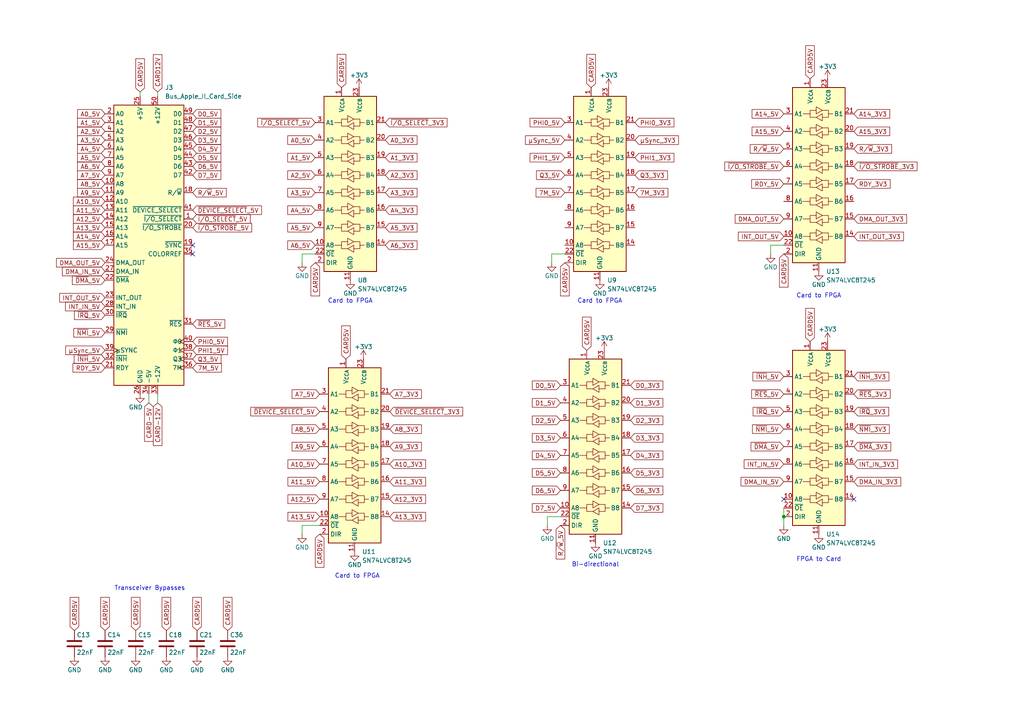
<source format=kicad_sch>
(kicad_sch (version 20250114) (generator "eeschema") (generator_version "9.0")
  (paper "A4")
  (title_block (title "Apple II Bus Interface - Level Shifted") (date "2025-11-30") (rev "1.0.0") (company "clock. Connected to FPGA banks 6 and 7.") (comment 1 "(PHI0, PHI1, R/W, device selects, DMA, interrupts, etc.). 25MHz oscillator for FPGA system") (comment 2 "(A0-A15), data (D0-D7 bidirectional, direction controlled by R/W), and control signals") (comment 3 "74LVC8T245 level shifters translating between 5V Apple II bus and 3.3V FPGA. Address") (comment 4 "Card Apple II bus interface. 50-pin card edge connector with full bus signals. Six"))
  (lib_symbols
    (symbol "Device:C" (pin_numbers (hide yes)) (pin_names (offset 0.254))
      (property "Reference" "C" (at 0.635 2.54 0))
      (property "Value" "C" (at 0.635 -2.54 0))
      (symbol "C_0_1"
        (polyline (pts (xy -2.032 0.762) (xy 2.032 0.762)) (stroke (width 0.508)))
        (polyline (pts (xy -2.032 -0.762) (xy 2.032 -0.762)) (stroke (width 0.508)))
      )
      (symbol "C_1_1"
        (pin passive line (at 0 3.81 270) (length 2.794) (name "~") (number "1"))
        (pin passive line (at 0 -3.81 90) (length 2.794) (name "~") (number "2"))
      )
    )
    (symbol "Logic_LevelTranslator:SN74LVC8T245"
      (property "Reference" "U" (at -6.35 27.94 0))
      (property "Value" "SN74LVC8T245" (at 3.81 27.94 0))
      (symbol "SN74LVC8T245_0_1"
        (rectangle (start -7.62 25.4) (end 7.62 -25.4) (stroke (width 0.254)) (fill (type background)))
        (polyline (pts (xy -2.54 17.78) (xy -2.54 18.796) (xy -0.762 18.796)))
        (polyline (pts (xy -2.54 7.62) (xy -2.54 8.636) (xy -0.762 8.636)))
        (polyline (pts (xy -2.54 -2.54) (xy -2.54 -1.524) (xy -0.762 -1.524)))
        (polyline (pts (xy -2.54 -12.7) (xy -2.54 -11.684) (xy -0.762 -11.684)))
        (polyline (pts (xy -0.762 17.78) (xy -0.762 19.812) (xy 1.016 18.796) (xy -0.762 17.78)))
        (polyline (pts (xy -0.762 16.764) (xy -2.54 16.764) (xy -2.54 17.78) (xy -4.572 17.78)))
        (polyline (pts (xy -0.762 7.62) (xy -0.762 9.652) (xy 1.016 8.636) (xy -0.762 7.62)))
        (polyline (pts (xy -0.762 6.604) (xy -2.54 6.604) (xy -2.54 7.62) (xy -4.572 7.62)))
        (polyline (pts (xy -0.762 -2.54) (xy -0.762 -0.508) (xy 1.016 -1.524) (xy -0.762 -2.54)))
        (polyline (pts (xy -0.762 -3.556) (xy -2.54 -3.556) (xy -2.54 -2.54) (xy -4.572 -2.54)))
        (polyline (pts (xy -0.762 -12.7) (xy -0.762 -10.668) (xy 1.016 -11.684) (xy -0.762 -12.7)))
        (polyline (pts (xy -0.762 -13.716) (xy -2.54 -13.716) (xy -2.54 -12.7) (xy -4.572 -12.7)))
        (polyline (pts (xy 1.016 18.796) (xy 2.794 18.796) (xy 2.794 17.78) (xy 4.064 17.78)))
        (polyline (pts (xy 1.016 17.78) (xy 1.016 16.002) (xy 1.016 15.748) (xy -0.762 16.764) (xy 1.016 17.78)))
        (polyline (pts (xy 1.016 8.636) (xy 2.794 8.636) (xy 2.794 7.62) (xy 4.064 7.62)))
        (polyline (pts (xy 1.016 7.62) (xy 1.016 5.842) (xy 1.016 5.588) (xy -0.762 6.604) (xy 1.016 7.62)))
        (polyline (pts (xy 1.016 2.54) (xy 1.016 0.762) (xy 1.016 0.508) (xy -0.762 1.524) (xy 1.016 2.54)))
        (polyline (pts (xy 1.016 -1.524) (xy 2.794 -1.524) (xy 2.794 -2.54) (xy 4.064 -2.54)))
        (polyline (pts (xy 1.016 -2.54) (xy 1.016 -4.318) (xy 1.016 -4.572) (xy -0.762 -3.556) (xy 1.016 -2.54)))
        (polyline (pts (xy 1.016 -11.684) (xy 2.794 -11.684) (xy 2.794 -12.7) (xy 4.064 -12.7)))
        (polyline (pts (xy 1.016 -12.7) (xy 1.016 -14.478) (xy 1.016 -14.732) (xy -0.762 -13.716) (xy 1.016 -12.7)))
        (polyline (pts (xy 1.016 -17.78) (xy 1.016 -19.558) (xy 1.016 -19.812) (xy -0.762 -18.796) (xy 1.016 -17.78)))
        (polyline (pts (xy 2.794 17.78) (xy 2.794 16.764) (xy 1.016 16.764)))
        (polyline (pts (xy 2.794 7.62) (xy 2.794 6.604) (xy 1.016 6.604)))
        (polyline (pts (xy 2.794 -2.54) (xy 2.794 -3.556) (xy 1.016 -3.556)))
        (polyline (pts (xy 2.794 -12.7) (xy 2.794 -13.716) (xy 1.016 -13.716)))
      )
      (symbol "SN74LVC8T245_1_1"
        (polyline (pts (xy -2.54 12.7) (xy -2.54 13.716) (xy -0.762 13.716)))
        (polyline (pts (xy -2.54 2.54) (xy -2.54 3.556) (xy -0.762 3.556)))
        (polyline (pts (xy -2.54 -7.62) (xy -2.54 -6.604) (xy -0.762 -6.604)))
        (polyline (pts (xy -2.54 -17.78) (xy -2.54 -16.764) (xy -0.762 -16.764)))
        (polyline (pts (xy -0.762 12.7) (xy -0.762 14.732) (xy 1.016 13.716) (xy -0.762 12.7)))
        (polyline (pts (xy -0.762 11.684) (xy -2.54 11.684) (xy -2.54 12.7) (xy -4.572 12.7)))
        (polyline (pts (xy -0.762 2.54) (xy -0.762 4.572) (xy 1.016 3.556) (xy -0.762 2.54)))
        (polyline (pts (xy -0.762 1.524) (xy -2.54 1.524) (xy -2.54 2.54) (xy -4.572 2.54)))
        (polyline (pts (xy -0.762 -7.62) (xy -0.762 -5.588) (xy 1.016 -6.604) (xy -0.762 -7.62)))
        (polyline (pts (xy -0.762 -8.636) (xy -2.54 -8.636) (xy -2.54 -7.62) (xy -4.572 -7.62)))
        (polyline (pts (xy -0.762 -17.78) (xy -0.762 -15.748) (xy 1.016 -16.764) (xy -0.762 -17.78)))
        (polyline (pts (xy -0.762 -18.796) (xy -2.54 -18.796) (xy -2.54 -17.78) (xy -4.572 -17.78)))
        (polyline (pts (xy 1.016 13.716) (xy 2.794 13.716) (xy 2.794 12.7) (xy 4.064 12.7)))
        (polyline (pts (xy 1.016 12.7) (xy 1.016 10.922) (xy 1.016 10.668) (xy -0.762 11.684) (xy 1.016 12.7)))
        (polyline (pts (xy 1.016 3.556) (xy 2.794 3.556) (xy 2.794 2.54) (xy 4.064 2.54)))
        (polyline (pts (xy 1.016 -6.604) (xy 2.794 -6.604) (xy 2.794 -7.62) (xy 4.064 -7.62)))
        (polyline (pts (xy 1.016 -7.62) (xy 1.016 -9.398) (xy 1.016 -9.652) (xy -0.762 -8.636) (xy 1.016 -7.62)))
        (polyline (pts (xy 1.016 -16.764) (xy 2.794 -16.764) (xy 2.794 -17.78) (xy 4.064 -17.78)))
        (polyline (pts (xy 2.794 12.7) (xy 2.794 11.684) (xy 1.016 11.684)))
        (polyline (pts (xy 2.794 2.54) (xy 2.794 1.524) (xy 1.016 1.524)))
        (polyline (pts (xy 2.794 -7.62) (xy 2.794 -8.636) (xy 1.016 -8.636)))
        (polyline (pts (xy 2.794 -17.78) (xy 2.794 -18.796) (xy 1.016 -18.796)))
        (pin bidirectional line (at -10.16 17.78 0) (length 2.54) (name "A1") (number "3"))
        (pin bidirectional line (at -10.16 12.7 0) (length 2.54) (name "A2") (number "4"))
        (pin bidirectional line (at -10.16 7.62 0) (length 2.54) (name "A3") (number "5"))
        (pin bidirectional line (at -10.16 2.54 0) (length 2.54) (name "A4") (number "6"))
        (pin bidirectional line (at -10.16 -2.54 0) (length 2.54) (name "A5") (number "7"))
        (pin bidirectional line (at -10.16 -7.62 0) (length 2.54) (name "A6") (number "8"))
        (pin bidirectional line (at -10.16 -12.7 0) (length 2.54) (name "A7") (number "9"))
        (pin bidirectional line (at -10.16 -17.78 0) (length 2.54) (name "A8") (number "10"))
        (pin input line (at -10.16 -20.32 0) (length 2.54) (name "~{OE}") (number "22"))
        (pin input line (at -10.16 -22.86 0) (length 2.54) (name "DIR") (number "2"))
        (pin power_in line (at -2.54 27.94 270) (length 2.54) (name "V_{CCA}") (number "1"))
        (pin power_in line (at 0 -27.94 90) (length 2.54) (name "GND") (number "11"))
        (pin passive line (at 0 -27.94 90) (length 2.54) (hide yes) (name "GND") (number "12"))
        (pin passive line (at 0 -27.94 90) (length 2.54) (hide yes) (name "GND") (number "13"))
        (pin power_in line (at 2.54 27.94 270) (length 2.54) (name "V_{CCB}") (number "23"))
        (pin passive line (at 2.54 27.94 270) (length 2.54) (hide yes) (name "V_{CCB}") (number "24"))
        (pin bidirectional line (at 10.16 17.78 180) (length 2.54) (name "B1") (number "21"))
        (pin bidirectional line (at 10.16 12.7 180) (length 2.54) (name "B2") (number "20"))
        (pin bidirectional line (at 10.16 7.62 180) (length 2.54) (name "B3") (number "19"))
        (pin bidirectional line (at 10.16 2.54 180) (length 2.54) (name "B4") (number "18"))
        (pin bidirectional line (at 10.16 -2.54 180) (length 2.54) (name "B5") (number "17"))
        (pin bidirectional line (at 10.16 -7.62 180) (length 2.54) (name "B6") (number "16"))
        (pin bidirectional line (at 10.16 -12.7 180) (length 2.54) (name "B7") (number "15"))
        (pin bidirectional line (at 10.16 -17.78 180) (length 2.54) (name "B8") (number "14"))
      )
    )
    (symbol "PCM_MA_Connector_AppleII:Bus_Apple_II_Card_Side" (in_bom no)
      (property "Reference" "J" (at 7.62 41.91 0))
      (property "Value" "Bus_Apple_II_Card_Side" (at 15.24 -41.91 0))
      (symbol "Bus_Apple_II_Card_Side_0_1"
        (rectangle (start -10.16 40.64) (end 10.16 -40.64) (stroke (width 0.254)) (fill (type background)))
      )
      (symbol "Bus_Apple_II_Card_Side_1_1"
        (pin bidirectional line (at -12.7 38.1 0) (length 2.54) (name "A0") (number "2"))
        (pin bidirectional line (at -12.7 35.56 0) (length 2.54) (name "A1") (number "3"))
        (pin bidirectional line (at -12.7 33.02 0) (length 2.54) (name "A2") (number "4"))
        (pin bidirectional line (at -12.7 30.48 0) (length 2.54) (name "A3") (number "5"))
        (pin bidirectional line (at -12.7 27.94 0) (length 2.54) (name "A4") (number "6"))
        (pin bidirectional line (at -12.7 25.4 0) (length 2.54) (name "A5") (number "7"))
        (pin bidirectional line (at -12.7 22.86 0) (length 2.54) (name "A6") (number "8"))
        (pin bidirectional line (at -12.7 20.32 0) (length 2.54) (name "A7") (number "9"))
        (pin bidirectional line (at -12.7 17.78 0) (length 2.54) (name "A8") (number "10"))
        (pin bidirectional line (at -12.7 15.24 0) (length 2.54) (name "A9") (number "11"))
        (pin bidirectional line (at -12.7 12.7 0) (length 2.54) (name "A10") (number "12"))
        (pin bidirectional line (at -12.7 10.16 0) (length 2.54) (name "A11") (number "13"))
        (pin bidirectional line (at -12.7 7.62 0) (length 2.54) (name "A12") (number "14"))
        (pin bidirectional line (at -12.7 5.08 0) (length 2.54) (name "A13") (number "15"))
        (pin bidirectional line (at -12.7 2.54 0) (length 2.54) (name "A14") (number "16"))
        (pin bidirectional line (at -12.7 0 0) (length 2.54) (name "A15") (number "17"))
        (pin input line (at -12.7 -5.08 0) (length 2.54) (name "DMA_OUT") (number "24"))
        (pin output line (at -12.7 -7.62 0) (length 2.54) (name "DMA_IN") (number "27"))
        (pin input line (at -12.7 -10.16 0) (length 2.54) (name "~{DMA}") (number "22"))
        (pin input line (at -12.7 -15.24 0) (length 2.54) (name "INT_OUT") (number "23"))
        (pin output line (at -12.7 -17.78 0) (length 2.54) (name "INT_IN") (number "28"))
        (pin bidirectional line (at -12.7 -20.32 0) (length 2.54) (name "~{IRQ}") (number "30"))
        (pin bidirectional line (at -12.7 -25.4 0) (length 2.54) (name "~{NMI}") (number "29"))
        (pin input line (at -12.7 -30.48 0) (length 2.54) (name "USER1") (number "39") (alternate "µSYNC" output clock))
        (pin input line (at -12.7 -33.02 0) (length 2.54) (name "~{INH}") (number "32"))
        (pin bidirectional line (at -12.7 -35.56 0) (length 2.54) (name "RDY") (number "21"))
        (pin power_out line (at -2.54 43.18 270) (length 2.54) (name "+5V") (number "25"))
        (pin power_out line (at -2.54 -43.18 90) (length 2.54) (name "GND") (number "26"))
        (pin power_out line (at 0 -43.18 90) (length 2.54) (name "-5V") (number "34"))
        (pin power_out line (at 2.54 43.18 270) (length 2.54) (name "+12V") (number "50"))
        (pin power_out line (at 2.54 -43.18 90) (length 2.54) (name "-12V") (number "33"))
        (pin bidirectional line (at 12.7 38.1 180) (length 2.54) (name "D0") (number "49"))
        (pin bidirectional line (at 12.7 35.56 180) (length 2.54) (name "D1") (number "48"))
        (pin bidirectional line (at 12.7 33.02 180) (length 2.54) (name "D2") (number "47"))
        (pin bidirectional line (at 12.7 30.48 180) (length 2.54) (name "D3") (number "46"))
        (pin bidirectional line (at 12.7 27.94 180) (length 2.54) (name "D4") (number "45"))
        (pin bidirectional line (at 12.7 25.4 180) (length 2.54) (name "D5") (number "44"))
        (pin bidirectional line (at 12.7 22.86 180) (length 2.54) (name "D6") (number "43"))
        (pin bidirectional line (at 12.7 20.32 180) (length 2.54) (name "D7") (number "42"))
        (pin bidirectional line (at 12.7 15.24 180) (length 2.54) (name "R/~{W}") (number "18"))
        (pin output line (at 12.7 10.16 180) (length 2.54) (name "~{DEVICE_SELECT}") (number "41"))
        (pin output line (at 12.7 7.62 180) (length 2.54) (name "~{I/O_SELECT}") (number "1"))
        (pin output line (at 12.7 5.08 180) (length 2.54) (name "~{I/O_STROBE}") (number "20"))
        (pin input line (at 12.7 0 180) (length 2.54) (name "TESTPIN") (number "19") (alternate "~{SYNC}" output line))
        (pin input line (at 12.7 -2.54 180) (length 2.54) (name "TESTPIN") (number "35") (alternate "COLORREF" output line))
        (pin bidirectional line (at 12.7 -22.86 180) (length 2.54) (name "~{RES}") (number "31"))
        (pin output clock (at 12.7 -27.94 180) (length 2.54) (name "Φ0") (number "40"))
        (pin output clock (at 12.7 -30.48 180) (length 2.54) (name "Φ1") (number "38"))
        (pin output clock (at 12.7 -33.02 180) (length 2.54) (name "Q3") (number "37"))
        (pin output clock (at 12.7 -35.56 180) (length 2.54) (name "7M") (number "36"))
      )
    )
    (symbol "power:+3V3" (power) (pin_numbers (hide yes)) (pin_names (offset 0) (hide yes))
      (property "Value" "+3V3" (at 0 3.556 0))
      (symbol "+3V3_0_1"
        (polyline (pts (xy -0.762 1.27) (xy 0 2.54)))
        (polyline (pts (xy 0 2.54) (xy 0.762 1.27)))
        (polyline (pts (xy 0 0) (xy 0 2.54)))
      )
      (symbol "+3V3_1_1"
        (pin power_in line (at 0 0 90) (length 0) (name "~") (number "1"))
      )
    )
    (symbol "power:GND" (power) (pin_numbers (hide yes)) (pin_names (offset 0) (hide yes))
      (property "Value" "GND" (at 0 -3.81 0))
      (symbol "GND_0_1"
        (polyline (pts (xy 0 0) (xy 0 -1.27) (xy 1.27 -1.27) (xy 0 -2.54) (xy -1.27 -1.27) (xy 0 -1.27)))
      )
      (symbol "GND_1_1"
        (pin power_in line (at 0 0 270) (length 0) (name "~") (number "1"))
      )
    )
  )
  (text "FPGA to Card" (at 237.49 162.306 0) (effects (font (size 1.27 1.27))))
  (text "Card to FPGA" (at 173.99 87.376 0) (effects (font (size 1.27 1.27))))
  (text "Transceiver Bypasses" (at 43.434 170.688 0) (effects (font (size 1.27 1.27))))
  (text "Card to FPGA" (at 101.6 87.376 0) (effects (font (size 1.27 1.27))))
  (text "Card to FPGA" (at 237.49 85.852 0) (effects (font (size 1.27 1.27))))
  (text "Bi-directional" (at 172.72 163.83 0) (effects (font (size 1.27 1.27))))
  (text "Card to FPGA" (at 103.632 167.132 0) (effects (font (size 1.27 1.27))))
  (junction (at 227.33 149.86))
  (no_connect (at 227.33 144.78))
  (no_connect (at 247.65 144.78))
  (no_connect (at 55.88 71.12))
  (no_connect (at 55.88 73.66))
  (wire (pts (xy 227.33 147.32) (xy 227.33 149.86)))
  (wire (pts (xy 43.18 114.3) (xy 43.18 116.84)))
  (wire (pts (xy 158.75 149.86) (xy 162.56 149.86)))
  (wire (pts (xy 87.63 152.4) (xy 92.71 152.4)))
  (wire (pts (xy 158.75 152.4) (xy 158.75 149.86)))
  (wire (pts (xy 163.83 73.66) (xy 160.02 73.66)))
  (wire (pts (xy 45.72 114.3) (xy 45.72 116.84)))
  (wire (pts (xy 223.52 71.12) (xy 223.52 73.66)))
  (wire (pts (xy 87.63 152.4) (xy 87.63 154.94)))
  (wire (pts (xy 40.64 26.67) (xy 40.64 27.94)))
  (wire (pts (xy 91.44 73.66) (xy 87.63 73.66)))
  (wire (pts (xy 87.63 73.66) (xy 87.63 76.2)))
  (wire (pts (xy 45.72 26.67) (xy 45.72 27.94)))
  (wire (pts (xy 227.33 149.86) (xy 227.33 152.4)))
  (wire (pts (xy 227.33 71.12) (xy 223.52 71.12)))
  (wire (pts (xy 160.02 73.66) (xy 160.02 76.2)))
  (global_label "D5_5V" (shape input) (at 55.88 45.72 0) (property "Intersheetrefs" "${INTERSHEET_REFS}" (effects (hide yes))))
  (global_label "Q3_5V" (shape input) (at 163.83 50.8 180) (property "Intersheetrefs" "${INTERSHEET_REFS}" (effects (hide yes))))
  (global_label "CARD5V" (shape input) (at 30.48 182.88 90) (property "Intersheetrefs" "${INTERSHEET_REFS}" (effects (hide yes))))
  (global_label "D7_5V" (shape input) (at 55.88 50.8 0) (property "Intersheetrefs" "${INTERSHEET_REFS}" (effects (hide yes))))
  (global_label "A6_5V" (shape input) (at 30.48 48.26 180) (property "Intersheetrefs" "${INTERSHEET_REFS}" (effects (hide yes))))
  (global_label "A13_5V" (shape input) (at 92.71 149.86 180) (property "Intersheetrefs" "${INTERSHEET_REFS}" (effects (hide yes))))
  (global_label "~{RES}_3V3" (shape input) (at 247.65 114.3 0) (property "Intersheetrefs" "${INTERSHEET_REFS}" (effects (hide yes))))
  (global_label "A15_5V" (shape input) (at 227.33 38.1 180) (property "Intersheetrefs" "${INTERSHEET_REFS}" (effects (hide yes))))
  (global_label "DMA_OUT_3V3" (shape input) (at 247.65 63.5 0) (property "Intersheetrefs" "${INTERSHEET_REFS}" (effects (hide yes))))
  (global_label "A8_5V" (shape input) (at 30.48 53.34 180) (property "Intersheetrefs" "${INTERSHEET_REFS}" (effects (hide yes))))
  (global_label "~{I{slash}O_SELECT}_5V" (shape input) (at 91.44 35.56 180) (property "Intersheetrefs" "${INTERSHEET_REFS}" (effects (hide yes))))
  (global_label "~{I{slash}O_SELECT}_5V" (shape input) (at 55.88 63.5 0) (property "Intersheetrefs" "${INTERSHEET_REFS}" (effects (hide yes))))
  (global_label "A3_3V3" (shape input) (at 111.76 55.88 0) (property "Intersheetrefs" "${INTERSHEET_REFS}" (effects (hide yes))))
  (global_label "RDY_5V" (shape input) (at 30.48 106.68 180) (property "Intersheetrefs" "${INTERSHEET_REFS}" (effects (hide yes))))
  (global_label "7M_3V3" (shape input) (at 184.15 55.88 0) (property "Intersheetrefs" "${INTERSHEET_REFS}" (effects (hide yes))))
  (global_label "D0_3V3" (shape input) (at 182.88 111.76 0) (property "Intersheetrefs" "${INTERSHEET_REFS}" (effects (hide yes))))
  (global_label "DMA_OUT_5V" (shape input) (at 227.33 63.5 180) (property "Intersheetrefs" "${INTERSHEET_REFS}" (effects (hide yes))))
  (global_label "D0_5V" (shape input) (at 162.56 111.76 180) (property "Intersheetrefs" "${INTERSHEET_REFS}" (effects (hide yes))))
  (global_label "A13_5V" (shape input) (at 30.48 66.04 180) (property "Intersheetrefs" "${INTERSHEET_REFS}" (effects (hide yes))))
  (global_label "µSync_5V" (shape input) (at 30.48 101.6 180) (property "Intersheetrefs" "${INTERSHEET_REFS}" (effects (hide yes))))
  (global_label "A1_5V" (shape input) (at 30.48 35.56 180) (property "Intersheetrefs" "${INTERSHEET_REFS}" (effects (hide yes))))
  (global_label "R{slash}~{W}_5V" (shape input) (at 55.88 55.88 0) (property "Intersheetrefs" "${INTERSHEET_REFS}" (effects (hide yes))))
  (global_label "A5_5V" (shape input) (at 30.48 45.72 180) (property "Intersheetrefs" "${INTERSHEET_REFS}" (effects (hide yes))))
  (global_label "A11_5V" (shape input) (at 30.48 60.96 180) (property "Intersheetrefs" "${INTERSHEET_REFS}" (effects (hide yes))))
  (global_label "~{I{slash}O_SELECT}_3V3" (shape input) (at 111.76 35.56 0) (property "Intersheetrefs" "${INTERSHEET_REFS}" (effects (hide yes))))
  (global_label "D6_5V" (shape input) (at 55.88 48.26 0) (property "Intersheetrefs" "${INTERSHEET_REFS}" (effects (hide yes))))
  (global_label "CARD5V" (shape input) (at 170.18 101.6 90) (property "Intersheetrefs" "${INTERSHEET_REFS}" (effects (hide yes))))
  (global_label "A15_3V3" (shape input) (at 247.65 38.1 0) (property "Intersheetrefs" "${INTERSHEET_REFS}" (effects (hide yes))))
  (global_label "~{RES}_5V" (shape input) (at 55.88 93.98 0) (property "Intersheetrefs" "${INTERSHEET_REFS}" (effects (hide yes))))
  (global_label "CARD5V" (shape input) (at 234.95 22.86 90) (property "Intersheetrefs" "${INTERSHEET_REFS}" (effects (hide yes))))
  (global_label "DMA_IN_5V" (shape input) (at 30.48 78.74 180) (property "Intersheetrefs" "${INTERSHEET_REFS}" (effects (hide yes))))
  (global_label "A10_3V3" (shape input) (at 113.03 134.62 0) (property "Intersheetrefs" "${INTERSHEET_REFS}" (effects (hide yes))))
  (global_label "INT_OUT_3V3" (shape input) (at 247.65 68.58 0) (property "Intersheetrefs" "${INTERSHEET_REFS}" (effects (hide yes))))
  (global_label "~{DMA}_5V" (shape input) (at 30.48 81.28 180) (property "Intersheetrefs" "${INTERSHEET_REFS}" (effects (hide yes))))
  (global_label "A0_3V3" (shape input) (at 111.76 40.64 0) (property "Intersheetrefs" "${INTERSHEET_REFS}" (effects (hide yes))))
  (global_label "A12_5V" (shape input) (at 30.48 63.5 180) (property "Intersheetrefs" "${INTERSHEET_REFS}" (effects (hide yes))))
  (global_label "A2_5V" (shape input) (at 30.48 38.1 180) (property "Intersheetrefs" "${INTERSHEET_REFS}" (effects (hide yes))))
  (global_label "A5_5V" (shape input) (at 91.44 66.04 180) (property "Intersheetrefs" "${INTERSHEET_REFS}" (effects (hide yes))))
  (global_label "D3_5V" (shape input) (at 55.88 40.64 0) (property "Intersheetrefs" "${INTERSHEET_REFS}" (effects (hide yes))))
  (global_label "A3_5V" (shape input) (at 91.44 55.88 180) (property "Intersheetrefs" "${INTERSHEET_REFS}" (effects (hide yes))))
  (global_label "7M_5V" (shape input) (at 163.83 55.88 180) (property "Intersheetrefs" "${INTERSHEET_REFS}" (effects (hide yes))))
  (global_label "Q3_3V3" (shape input) (at 184.15 50.8 0) (property "Intersheetrefs" "${INTERSHEET_REFS}" (effects (hide yes))))
  (global_label "CARD5V" (shape input) (at 171.45 25.4 90) (property "Intersheetrefs" "${INTERSHEET_REFS}" (effects (hide yes))))
  (global_label "A7_5V" (shape input) (at 92.71 114.3 180) (property "Intersheetrefs" "${INTERSHEET_REFS}" (effects (hide yes))))
  (global_label "~{DMA}_3V3" (shape input) (at 247.65 129.54 0) (property "Intersheetrefs" "${INTERSHEET_REFS}" (effects (hide yes))))
  (global_label "A1_5V" (shape input) (at 91.44 45.72 180) (property "Intersheetrefs" "${INTERSHEET_REFS}" (effects (hide yes))))
  (global_label "PHI0_5V" (shape input) (at 55.88 99.06 0) (property "Intersheetrefs" "${INTERSHEET_REFS}" (effects (hide yes))))
  (global_label "R{slash}~{W}_5V" (shape input) (at 162.56 152.4 270) (property "Intersheetrefs" "${INTERSHEET_REFS}" (effects (hide yes))))
  (global_label "CARD5V" (shape input) (at 227.33 73.66 270) (property "Intersheetrefs" "${INTERSHEET_REFS}" (effects (hide yes))))
  (global_label "D6_3V3" (shape input) (at 182.88 142.24 0) (property "Intersheetrefs" "${INTERSHEET_REFS}" (effects (hide yes))))
  (global_label "~{DEVICE_SELECT}_5V" (shape input) (at 92.71 119.38 180) (property "Intersheetrefs" "${INTERSHEET_REFS}" (effects (hide yes))))
  (global_label "~{IRQ}_5V" (shape input) (at 30.48 91.44 180) (property "Intersheetrefs" "${INTERSHEET_REFS}" (effects (hide yes))))
  (global_label "PHI0_5V" (shape input) (at 163.83 35.56 180) (property "Intersheetrefs" "${INTERSHEET_REFS}" (effects (hide yes))))
  (global_label "D0_5V" (shape input) (at 55.88 33.02 0) (property "Intersheetrefs" "${INTERSHEET_REFS}" (effects (hide yes))))
  (global_label "PHI0_3V3" (shape input) (at 184.15 35.56 0) (property "Intersheetrefs" "${INTERSHEET_REFS}" (effects (hide yes))))
  (global_label "INT_IN_3V3" (shape input) (at 247.65 134.62 0) (property "Intersheetrefs" "${INTERSHEET_REFS}" (effects (hide yes))))
  (global_label "D5_5V" (shape input) (at 162.56 137.16 180) (property "Intersheetrefs" "${INTERSHEET_REFS}" (effects (hide yes))))
  (global_label "~{INH}_5V" (shape input) (at 227.33 109.22 180) (property "Intersheetrefs" "${INTERSHEET_REFS}" (effects (hide yes))))
  (global_label "PHI1_5V" (shape input) (at 55.88 101.6 0) (property "Intersheetrefs" "${INTERSHEET_REFS}" (effects (hide yes))))
  (global_label "A14_3V3" (shape input) (at 247.65 33.02 0) (property "Intersheetrefs" "${INTERSHEET_REFS}" (effects (hide yes))))
  (global_label "A2_3V3" (shape input) (at 111.76 50.8 0) (property "Intersheetrefs" "${INTERSHEET_REFS}" (effects (hide yes))))
  (global_label "D4_5V" (shape input) (at 55.88 43.18 0) (property "Intersheetrefs" "${INTERSHEET_REFS}" (effects (hide yes))))
  (global_label "A1_3V3" (shape input) (at 111.76 45.72 0) (property "Intersheetrefs" "${INTERSHEET_REFS}" (effects (hide yes))))
  (global_label "PHI1_3V3" (shape input) (at 184.15 45.72 0) (property "Intersheetrefs" "${INTERSHEET_REFS}" (effects (hide yes))))
  (global_label "A10_5V" (shape input) (at 92.71 134.62 180) (property "Intersheetrefs" "${INTERSHEET_REFS}" (effects (hide yes))))
  (global_label "D3_5V" (shape input) (at 162.56 127 180) (property "Intersheetrefs" "${INTERSHEET_REFS}" (effects (hide yes))))
  (global_label "~{INH}_5V" (shape input) (at 30.48 104.14 180) (property "Intersheetrefs" "${INTERSHEET_REFS}" (effects (hide yes))))
  (global_label "INT_IN_5V" (shape input) (at 227.33 134.62 180) (property "Intersheetrefs" "${INTERSHEET_REFS}" (effects (hide yes))))
  (global_label "A4_3V3" (shape input) (at 111.76 60.96 0) (property "Intersheetrefs" "${INTERSHEET_REFS}" (effects (hide yes))))
  (global_label "R{slash}~{W}_5V" (shape input) (at 227.33 43.18 180) (property "Intersheetrefs" "${INTERSHEET_REFS}" (effects (hide yes))))
  (global_label "A4_5V" (shape input) (at 91.44 60.96 180) (property "Intersheetrefs" "${INTERSHEET_REFS}" (effects (hide yes))))
  (global_label "INT_OUT_5V" (shape input) (at 30.48 86.36 180) (property "Intersheetrefs" "${INTERSHEET_REFS}" (effects (hide yes))))
  (global_label "A12_5V" (shape input) (at 92.71 144.78 180) (property "Intersheetrefs" "${INTERSHEET_REFS}" (effects (hide yes))))
  (global_label "~{IRQ}_5V" (shape input) (at 227.33 119.38 180) (property "Intersheetrefs" "${INTERSHEET_REFS}" (effects (hide yes))))
  (global_label "A7_3V3" (shape input) (at 113.03 114.3 0) (property "Intersheetrefs" "${INTERSHEET_REFS}" (effects (hide yes))))
  (global_label "A7_5V" (shape input) (at 30.48 50.8 180) (property "Intersheetrefs" "${INTERSHEET_REFS}" (effects (hide yes))))
  (global_label "D6_5V" (shape input) (at 162.56 142.24 180) (property "Intersheetrefs" "${INTERSHEET_REFS}" (effects (hide yes))))
  (global_label "7M_5V" (shape input) (at 55.88 106.68 0) (property "Intersheetrefs" "${INTERSHEET_REFS}" (effects (hide yes))))
  (global_label "CARD-12V" (shape input) (at 45.72 116.84 270) (property "Intersheetrefs" "${INTERSHEET_REFS}" (effects (hide yes))))
  (global_label "A11_3V3" (shape input) (at 113.03 139.7 0) (property "Intersheetrefs" "${INTERSHEET_REFS}" (effects (hide yes))))
  (global_label "D7_5V" (shape input) (at 162.56 147.32 180) (property "Intersheetrefs" "${INTERSHEET_REFS}" (effects (hide yes))))
  (global_label "CARD5V" (shape input) (at 48.26 182.88 90) (property "Intersheetrefs" "${INTERSHEET_REFS}" (effects (hide yes))))
  (global_label "A14_5V" (shape input) (at 227.33 33.02 180) (property "Intersheetrefs" "${INTERSHEET_REFS}" (effects (hide yes))))
  (global_label "D5_3V3" (shape input) (at 182.88 137.16 0) (property "Intersheetrefs" "${INTERSHEET_REFS}" (effects (hide yes))))
  (global_label "CARD5V" (shape input) (at 234.95 99.06 90) (property "Intersheetrefs" "${INTERSHEET_REFS}" (effects (hide yes))))
  (global_label "D7_3V3" (shape input) (at 182.88 147.32 0) (property "Intersheetrefs" "${INTERSHEET_REFS}" (effects (hide yes))))
  (global_label "CARD5V" (shape input) (at 39.37 182.88 90) (property "Intersheetrefs" "${INTERSHEET_REFS}" (effects (hide yes))))
  (global_label "A15_5V" (shape input) (at 30.48 71.12 180) (property "Intersheetrefs" "${INTERSHEET_REFS}" (effects (hide yes))))
  (global_label "~{RES}_5V" (shape input) (at 227.33 114.3 180) (property "Intersheetrefs" "${INTERSHEET_REFS}" (effects (hide yes))))
  (global_label "R{slash}~{W}_3V3" (shape input) (at 247.65 43.18 0) (property "Intersheetrefs" "${INTERSHEET_REFS}" (effects (hide yes))))
  (global_label "DMA_IN_5V" (shape input) (at 227.33 139.7 180) (property "Intersheetrefs" "${INTERSHEET_REFS}" (effects (hide yes))))
  (global_label "D2_3V3" (shape input) (at 182.88 121.92 0) (property "Intersheetrefs" "${INTERSHEET_REFS}" (effects (hide yes))))
  (global_label "D3_3V3" (shape input) (at 182.88 127 0) (property "Intersheetrefs" "${INTERSHEET_REFS}" (effects (hide yes))))
  (global_label "A8_5V" (shape input) (at 92.71 124.46 180) (property "Intersheetrefs" "${INTERSHEET_REFS}" (effects (hide yes))))
  (global_label "CARD5V" (shape input) (at 40.64 26.67 90) (property "Intersheetrefs" "${INTERSHEET_REFS}" (effects (hide yes))))
  (global_label "INT_OUT_5V" (shape input) (at 227.33 68.58 180) (property "Intersheetrefs" "${INTERSHEET_REFS}" (effects (hide yes))))
  (global_label "RDY_5V" (shape input) (at 227.33 53.34 180) (property "Intersheetrefs" "${INTERSHEET_REFS}" (effects (hide yes))))
  (global_label "RDY_3V3" (shape input) (at 247.65 53.34 0) (property "Intersheetrefs" "${INTERSHEET_REFS}" (effects (hide yes))))
  (global_label "~{I{slash}O_STROBE}_3V3" (shape input) (at 247.65 48.26 0) (property "Intersheetrefs" "${INTERSHEET_REFS}" (effects (hide yes))))
  (global_label "~{I{slash}O_STROBE}_5V" (shape input) (at 227.33 48.26 180) (property "Intersheetrefs" "${INTERSHEET_REFS}" (effects (hide yes))))
  (global_label "A2_5V" (shape input) (at 91.44 50.8 180) (property "Intersheetrefs" "${INTERSHEET_REFS}" (effects (hide yes))))
  (global_label "A14_5V" (shape input) (at 30.48 68.58 180) (property "Intersheetrefs" "${INTERSHEET_REFS}" (effects (hide yes))))
  (global_label "CARD5V" (shape input) (at 100.33 104.14 90) (property "Intersheetrefs" "${INTERSHEET_REFS}" (effects (hide yes))))
  (global_label "CARD5V" (shape input) (at 99.06 25.4 90) (property "Intersheetrefs" "${INTERSHEET_REFS}" (effects (hide yes))))
  (global_label "PHI1_5V" (shape input) (at 163.83 45.72 180) (property "Intersheetrefs" "${INTERSHEET_REFS}" (effects (hide yes))))
  (global_label "A0_5V" (shape input) (at 91.44 40.64 180) (property "Intersheetrefs" "${INTERSHEET_REFS}" (effects (hide yes))))
  (global_label "µSync_5V" (shape input) (at 163.83 40.64 180) (property "Intersheetrefs" "${INTERSHEET_REFS}" (effects (hide yes))))
  (global_label "A6_3V3" (shape input) (at 111.76 71.12 0) (property "Intersheetrefs" "${INTERSHEET_REFS}" (effects (hide yes))))
  (global_label "A6_5V" (shape input) (at 91.44 71.12 180) (property "Intersheetrefs" "${INTERSHEET_REFS}" (effects (hide yes))))
  (global_label "A13_3V3" (shape input) (at 113.03 149.86 0) (property "Intersheetrefs" "${INTERSHEET_REFS}" (effects (hide yes))))
  (global_label "CARD5V" (shape input) (at 57.15 182.88 90) (property "Intersheetrefs" "${INTERSHEET_REFS}" (effects (hide yes))))
  (global_label "D4_5V" (shape input) (at 162.56 132.08 180) (property "Intersheetrefs" "${INTERSHEET_REFS}" (effects (hide yes))))
  (global_label "A10_5V" (shape input) (at 30.48 58.42 180) (property "Intersheetrefs" "${INTERSHEET_REFS}" (effects (hide yes))))
  (global_label "D1_5V" (shape input) (at 162.56 116.84 180) (property "Intersheetrefs" "${INTERSHEET_REFS}" (effects (hide yes))))
  (global_label "CARD5V" (shape input) (at 163.83 76.2 270) (property "Intersheetrefs" "${INTERSHEET_REFS}" (effects (hide yes))))
  (global_label "A9_5V" (shape input) (at 30.48 55.88 180) (property "Intersheetrefs" "${INTERSHEET_REFS}" (effects (hide yes))))
  (global_label "D1_3V3" (shape input) (at 182.88 116.84 0) (property "Intersheetrefs" "${INTERSHEET_REFS}" (effects (hide yes))))
  (global_label "A9_5V" (shape input) (at 92.71 129.54 180) (property "Intersheetrefs" "${INTERSHEET_REFS}" (effects (hide yes))))
  (global_label "INT_IN_5V" (shape input) (at 30.48 88.9 180) (property "Intersheetrefs" "${INTERSHEET_REFS}" (effects (hide yes))))
  (global_label "CARD12V" (shape input) (at 45.72 26.67 90) (property "Intersheetrefs" "${INTERSHEET_REFS}" (effects (hide yes))))
  (global_label "DMA_IN_3V3" (shape input) (at 247.65 139.7 0) (property "Intersheetrefs" "${INTERSHEET_REFS}" (effects (hide yes))))
  (global_label "D2_5V" (shape input) (at 55.88 38.1 0) (property "Intersheetrefs" "${INTERSHEET_REFS}" (effects (hide yes))))
  (global_label "~{I{slash}O_STROBE}_5V" (shape input) (at 55.88 66.04 0) (property "Intersheetrefs" "${INTERSHEET_REFS}" (effects (hide yes))))
  (global_label "~{INH}_3V3" (shape input) (at 247.65 109.22 0) (property "Intersheetrefs" "${INTERSHEET_REFS}" (effects (hide yes))))
  (global_label "µSync_3V3" (shape input) (at 184.15 40.64 0) (property "Intersheetrefs" "${INTERSHEET_REFS}" (effects (hide yes))))
  (global_label "Q3_5V" (shape input) (at 55.88 104.14 0) (property "Intersheetrefs" "${INTERSHEET_REFS}" (effects (hide yes))))
  (global_label "CARD5V" (shape input) (at 21.59 182.88 90) (property "Intersheetrefs" "${INTERSHEET_REFS}" (effects (hide yes))))
  (global_label "~{DMA}_5V" (shape input) (at 227.33 129.54 180) (property "Intersheetrefs" "${INTERSHEET_REFS}" (effects (hide yes))))
  (global_label "CARD-5V" (shape input) (at 43.18 116.84 270) (property "Intersheetrefs" "${INTERSHEET_REFS}" (effects (hide yes))))
  (global_label "A5_3V3" (shape input) (at 111.76 66.04 0) (property "Intersheetrefs" "${INTERSHEET_REFS}" (effects (hide yes))))
  (global_label "A9_3V3" (shape input) (at 113.03 129.54 0) (property "Intersheetrefs" "${INTERSHEET_REFS}" (effects (hide yes))))
  (global_label "~{IRQ}_3V3" (shape input) (at 247.65 119.38 0) (property "Intersheetrefs" "${INTERSHEET_REFS}" (effects (hide yes))))
  (global_label "D4_3V3" (shape input) (at 182.88 132.08 0) (property "Intersheetrefs" "${INTERSHEET_REFS}" (effects (hide yes))))
  (global_label "A4_5V" (shape input) (at 30.48 43.18 180) (property "Intersheetrefs" "${INTERSHEET_REFS}" (effects (hide yes))))
  (global_label "~{NMI}_5V" (shape input) (at 30.48 96.52 180) (property "Intersheetrefs" "${INTERSHEET_REFS}" (effects (hide yes))))
  (global_label "A8_3V3" (shape input) (at 113.03 124.46 0) (property "Intersheetrefs" "${INTERSHEET_REFS}" (effects (hide yes))))
  (global_label "CARD5V" (shape input) (at 91.44 76.2 270) (property "Intersheetrefs" "${INTERSHEET_REFS}" (effects (hide yes))))
  (global_label "CARD5V" (shape input) (at 92.71 154.94 270) (property "Intersheetrefs" "${INTERSHEET_REFS}" (effects (hide yes))))
  (global_label "~{DEVICE_SELECT}_5V" (shape input) (at 55.88 60.96 0) (property "Intersheetrefs" "${INTERSHEET_REFS}" (effects (hide yes))))
  (global_label "D2_5V" (shape input) (at 162.56 121.92 180) (property "Intersheetrefs" "${INTERSHEET_REFS}" (effects (hide yes))))
  (global_label "~{NMI}_3V3" (shape input) (at 247.65 124.46 0) (property "Intersheetrefs" "${INTERSHEET_REFS}" (effects (hide yes))))
  (global_label "~{NMI}_5V" (shape input) (at 227.33 124.46 180) (property "Intersheetrefs" "${INTERSHEET_REFS}" (effects (hide yes))))
  (global_label "A12_3V3" (shape input) (at 113.03 144.78 0) (property "Intersheetrefs" "${INTERSHEET_REFS}" (effects (hide yes))))
  (global_label "~{DEVICE_SELECT}_3V3" (shape input) (at 113.03 119.38 0) (property "Intersheetrefs" "${INTERSHEET_REFS}" (effects (hide yes))))
  (global_label "A11_5V" (shape input) (at 92.71 139.7 180) (property "Intersheetrefs" "${INTERSHEET_REFS}" (effects (hide yes))))
  (global_label "A0_5V" (shape input) (at 30.48 33.02 180) (property "Intersheetrefs" "${INTERSHEET_REFS}" (effects (hide yes))))
  (global_label "D1_5V" (shape input) (at 55.88 35.56 0) (property "Intersheetrefs" "${INTERSHEET_REFS}" (effects (hide yes))))
  (global_label "A3_5V" (shape input) (at 30.48 40.64 180) (property "Intersheetrefs" "${INTERSHEET_REFS}" (effects (hide yes))))
  (global_label "CARD5V" (shape input) (at 66.04 182.88 90) (property "Intersheetrefs" "${INTERSHEET_REFS}" (effects (hide yes))))
  (global_label "DMA_OUT_5V" (shape input) (at 30.48 76.2 180) (property "Intersheetrefs" "${INTERSHEET_REFS}" (effects (hide yes))))
  (symbol (lib_id "Logic_LevelTranslator:SN74LVC8T245") (at 173.99 53.34 0) (unit 1)
    (property "Reference" "U9" (at 176.1333 81.28 0) (effects (justify left)))
    (property "Value" "SN74LVC8T245" (at 176.1333 83.82 0) (effects (justify left)))
    (property "Footprint" "footprints:DBQ24-L" (effects (hide yes)))
    (property "Datasheet" "https://www.ti.com/lit/ds/symlink/sn74lvc8t245.pdf" (effects (hide yes)))
    (property "Description" "8-Bit Dual-Supply Bus Transceiver With Configurable Voltage Translation and 3-State Outputs" (effects (hide yes)))
  )
  (symbol (lib_id "Device:C") (at 21.59 186.69 0) (unit 1)
    (property "Reference" "C13" (at 22.225 184.15 0) (effects (justify left)))
    (property "Value" "22nF" (at 22.225 189.23 0) (effects (justify left)))
    (property "Footprint" "Capacitor_SMD:C_0603_1608Metric" (effects (hide yes)))
    (property "MPN" "CX0603MRX7R8BB223" (effects (hide yes)))
  )
  (symbol (lib_id "Device:C") (at 30.48 186.69 0) (unit 1)
    (property "Reference" "C14" (at 31.115 184.15 0) (effects (justify left)))
    (property "Value" "22nF" (at 31.115 189.23 0) (effects (justify left)))
    (property "Footprint" "Capacitor_SMD:C_0603_1608Metric" (effects (hide yes)))
    (property "MPN" "CX0603MRX7R8BB223" (effects (hide yes)))
  )
  (symbol (lib_id "PCM_MA_Connector_AppleII:Bus_Apple_II_Card_Side") (at 43.18 71.12 0) (unit 1) (in_bom no)
    (property "Reference" "J3" (at 47.8633 25.4 0) (effects (justify left)))
    (property "Value" "Bus_Apple_II_Card_Side" (at 47.8633 27.94 0) (effects (justify left)))
    (property "Footprint" "PCM_MA_Connector_AppleII:Peripheral_Bus_Edge" (effects (hide yes)))
    (property "Datasheet" "https://archive.org/details/Apple_II_Mini_Manual/page/n37/mode/2up" (effects (hide yes)))
    (property "Description" "Apple II bus connector. Use this symbol on the card side, i.e. for making Apple II-compatible peripheral cards." (effects (hide yes)))
    (pin "35" (alternate "COLORREF"))
    (pin "39" (alternate "µSYNC"))
    (pin "19" (alternate "~{SYNC}"))
  )
  (symbol (lib_id "power:+3V3") (at 105.41 104.14 0) (unit 1)
    (property "Reference" "#PWR020" (effects (hide yes)))
    (property "Value" "+3V3" (at 105.41 100.584 0))
  )
  (symbol (lib_id "Device:C") (at 66.04 186.69 0) (unit 1)
    (property "Reference" "C36" (at 66.675 184.15 0) (effects (justify left)))
    (property "Value" "22nF" (at 66.675 189.23 0) (effects (justify left)))
    (property "Footprint" "Capacitor_SMD:C_0603_1608Metric" (effects (hide yes)))
    (property "MPN" "CX0603MRX7R8BB223" (effects (hide yes)))
  )
  (symbol (lib_id "power:GND") (at 223.52 73.66 0) (unit 1)
    (property "Reference" "#PWR013" (effects (hide yes)))
    (property "Value" "GND" (at 223.52 77.47 0))
  )
  (symbol (lib_id "Logic_LevelTranslator:SN74LVC8T245") (at 237.49 50.8 0) (unit 1)
    (property "Reference" "U13" (at 239.6333 78.74 0) (effects (justify left)))
    (property "Value" "SN74LVC8T245" (at 239.6333 81.28 0) (effects (justify left)))
    (property "Footprint" "footprints:DBQ24-L" (effects (hide yes)))
    (property "Datasheet" "https://www.ti.com/lit/ds/symlink/sn74lvc8t245.pdf" (effects (hide yes)))
    (property "Description" "8-Bit Dual-Supply Bus Transceiver With Configurable Voltage Translation and 3-State Outputs" (effects (hide yes)))
  )
  (symbol (lib_id "power:GND") (at 101.6 81.28 0) (unit 1)
    (property "Reference" "#PWR08" (effects (hide yes)))
    (property "Value" "GND" (at 101.6 85.09 0))
  )
  (symbol (lib_id "Logic_LevelTranslator:SN74LVC8T245") (at 237.49 127 0) (unit 1)
    (property "Reference" "U14" (at 239.6333 154.94 0) (effects (justify left)))
    (property "Value" "SN74LVC8T245" (at 239.6333 157.48 0) (effects (justify left)))
    (property "Footprint" "footprints:DBQ24-L" (effects (hide yes)))
    (property "Datasheet" "https://www.ti.com/lit/ds/symlink/sn74lvc8t245.pdf" (effects (hide yes)))
    (property "Description" "8-Bit Dual-Supply Bus Transceiver With Configurable Voltage Translation and 3-State Outputs" (effects (hide yes)))
  )
  (symbol (lib_id "power:+3V3") (at 240.03 22.86 0) (unit 1)
    (property "Reference" "#PWR017" (effects (hide yes)))
    (property "Value" "+3V3" (at 240.03 19.304 0))
  )
  (symbol (lib_id "Logic_LevelTranslator:SN74LVC8T245") (at 102.87 132.08 0) (unit 1)
    (property "Reference" "U11" (at 105.0133 160.02 0) (effects (justify left)))
    (property "Value" "SN74LVC8T245" (at 105.0133 162.56 0) (effects (justify left)))
    (property "Footprint" "footprints:DBQ24-L" (effects (hide yes)))
    (property "Datasheet" "https://www.ti.com/lit/ds/symlink/sn74lvc8t245.pdf" (effects (hide yes)))
    (property "Description" "8-Bit Dual-Supply Bus Transceiver With Configurable Voltage Translation and 3-State Outputs" (effects (hide yes)))
  )
  (symbol (lib_id "Device:C") (at 57.15 186.69 0) (unit 1)
    (property "Reference" "C21" (at 57.785 184.15 0) (effects (justify left)))
    (property "Value" "22nF" (at 57.785 189.23 0) (effects (justify left)))
    (property "Footprint" "Capacitor_SMD:C_0603_1608Metric" (effects (hide yes)))
    (property "MPN" "CX0603MRX7R8BB223" (effects (hide yes)))
  )
  (symbol (lib_id "power:GND") (at 237.49 154.94 0) (unit 1)
    (property "Reference" "#PWR05" (effects (hide yes)))
    (property "Value" "GND" (at 237.49 158.75 0))
  )
  (symbol (lib_id "power:+3V3") (at 240.03 99.06 0) (unit 1)
    (property "Reference" "#PWR018" (effects (hide yes)))
    (property "Value" "+3V3" (at 240.03 95.504 0))
  )
  (symbol (lib_id "power:GND") (at 237.49 78.74 0) (unit 1)
    (property "Reference" "#PWR06" (effects (hide yes)))
    (property "Value" "GND" (at 237.49 82.55 0))
  )
  (symbol (lib_id "power:GND") (at 48.26 190.5 0) (unit 1)
    (property "Reference" "#PWR042" (effects (hide yes)))
    (property "Value" "GND" (at 48.26 194.31 0))
  )
  (symbol (lib_id "power:GND") (at 172.72 157.48 0) (unit 1)
    (property "Reference" "#PWR04" (effects (hide yes)))
    (property "Value" "GND" (at 172.72 161.29 0))
  )
  (symbol (lib_id "power:+3V3") (at 104.14 25.4 0) (unit 1)
    (property "Reference" "#PWR015" (effects (hide yes)))
    (property "Value" "+3V3" (at 104.14 21.844 0))
  )
  (symbol (lib_id "power:GND") (at 227.33 152.4 0) (unit 1)
    (property "Reference" "#PWR012" (effects (hide yes)))
    (property "Value" "GND" (at 227.33 156.21 0))
  )
  (symbol (lib_id "power:GND") (at 21.59 190.5 0) (unit 1)
    (property "Reference" "#PWR022" (effects (hide yes)))
    (property "Value" "GND" (at 21.59 194.31 0))
  )
  (symbol (lib_id "power:GND") (at 57.15 190.5 0) (unit 1)
    (property "Reference" "#PWR044" (effects (hide yes)))
    (property "Value" "GND" (at 57.15 194.31 0))
  )
  (symbol (lib_id "power:GND") (at 40.64 114.3 0) (unit 1)
    (property "Reference" "#PWR02" (effects (hide yes)))
    (property "Value" "GND" (at 39.37 118.11 0))
  )
  (symbol (lib_id "power:GND") (at 87.63 76.2 0) (unit 1)
    (property "Reference" "#PWR09" (effects (hide yes)))
    (property "Value" "GND" (at 87.63 80.01 0))
  )
  (symbol (lib_id "power:GND") (at 173.99 81.28 0) (unit 1)
    (property "Reference" "#PWR07" (effects (hide yes)))
    (property "Value" "GND" (at 173.99 85.09 0))
  )
  (symbol (lib_id "Logic_LevelTranslator:SN74LVC8T245") (at 172.72 129.54 0) (unit 1)
    (property "Reference" "U12" (at 174.8633 157.48 0) (effects (justify left)))
    (property "Value" "SN74LVC8T245" (at 174.8633 160.02 0) (effects (justify left)))
    (property "Footprint" "footprints:DBQ24-L" (effects (hide yes)))
    (property "Datasheet" "https://www.ti.com/lit/ds/symlink/sn74lvc8t245.pdf" (effects (hide yes)))
    (property "Description" "8-Bit Dual-Supply Bus Transceiver With Configurable Voltage Translation and 3-State Outputs" (effects (hide yes)))
  )
  (symbol (lib_id "power:GND") (at 102.87 160.02 0) (unit 1)
    (property "Reference" "#PWR03" (effects (hide yes)))
    (property "Value" "GND" (at 102.87 163.83 0))
  )
  (symbol (lib_id "Logic_LevelTranslator:SN74LVC8T245") (at 101.6 53.34 0) (unit 1)
    (property "Reference" "U8" (at 103.7433 81.28 0) (effects (justify left)))
    (property "Value" "SN74LVC8T245" (at 103.7433 83.82 0) (effects (justify left)))
    (property "Footprint" "footprints:DBQ24-L" (effects (hide yes)))
    (property "Datasheet" "https://www.ti.com/lit/ds/symlink/sn74lvc8t245.pdf" (effects (hide yes)))
    (property "Description" "8-Bit Dual-Supply Bus Transceiver With Configurable Voltage Translation and 3-State Outputs" (effects (hide yes)))
  )
  (symbol (lib_id "Device:C") (at 39.37 186.69 0) (unit 1)
    (property "Reference" "C15" (at 40.005 184.15 0) (effects (justify left)))
    (property "Value" "22nF" (at 40.005 189.23 0) (effects (justify left)))
    (property "Footprint" "Capacitor_SMD:C_0603_1608Metric" (effects (hide yes)))
    (property "MPN" "CX0603MRX7R8BB223" (effects (hide yes)))
  )
  (symbol (lib_id "power:GND") (at 158.75 152.4 0) (unit 1)
    (property "Reference" "#PWR010" (effects (hide yes)))
    (property "Value" "GND" (at 158.75 156.21 0))
  )
  (symbol (lib_id "power:GND") (at 66.04 190.5 0) (unit 1)
    (property "Reference" "#PWR071" (effects (hide yes)))
    (property "Value" "GND" (at 66.04 194.31 0))
  )
  (symbol (lib_id "power:GND") (at 39.37 190.5 0) (unit 1)
    (property "Reference" "#PWR039" (effects (hide yes)))
    (property "Value" "GND" (at 39.37 194.31 0))
  )
  (symbol (lib_id "power:GND") (at 87.63 154.94 0) (unit 1)
    (property "Reference" "#PWR011" (effects (hide yes)))
    (property "Value" "GND" (at 87.63 158.75 0))
  )
  (symbol (lib_id "power:+3V3") (at 175.26 101.6 0) (unit 1)
    (property "Reference" "#PWR019" (effects (hide yes)))
    (property "Value" "+3V3" (at 175.26 98.044 0))
  )
  (symbol (lib_id "power:GND") (at 160.02 76.2 0) (unit 1)
    (property "Reference" "#PWR014" (effects (hide yes)))
    (property "Value" "GND" (at 160.02 80.01 0))
  )
  (symbol (lib_id "power:GND") (at 30.48 190.5 0) (unit 1)
    (property "Reference" "#PWR024" (effects (hide yes)))
    (property "Value" "GND" (at 30.48 194.31 0))
  )
  (symbol (lib_id "Device:C") (at 48.26 186.69 0) (unit 1)
    (property "Reference" "C18" (at 48.895 184.15 0) (effects (justify left)))
    (property "Value" "22nF" (at 48.895 189.23 0) (effects (justify left)))
    (property "Footprint" "Capacitor_SMD:C_0603_1608Metric" (effects (hide yes)))
    (property "MPN" "CX0603MRX7R8BB223" (effects (hide yes)))
  )
  (symbol (lib_id "power:+3V3") (at 176.53 25.4 0) (unit 1)
    (property "Reference" "#PWR016" (effects (hide yes)))
    (property "Value" "+3V3" (at 176.53 21.844 0))
  )
)
</source>
